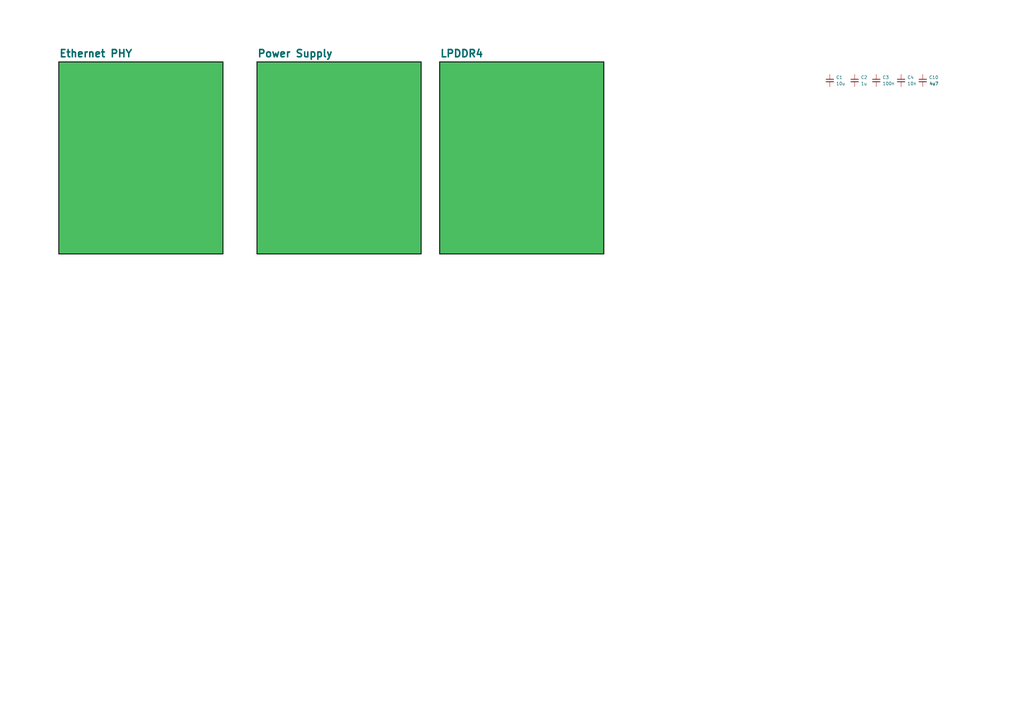
<source format=kicad_sch>
(kicad_sch (version 20231120) (generator "eeschema") (generator_version "8.0")
  (paper "A3")
  (title_block (date "2025-01-01") (rev "v1.0"))
  (lib_symbols
    (symbol "Device:C_Small" (pin_numbers hide) (pin_names (offset 0.254) hide)
      (property "Reference" "C" (at 0.254 1.778 0))
      (property "Value" "C_Small" (at 0.254 -2.032 0))
      (symbol "C_Small_0_1"
        (polyline (pts (xy -1.524 -0.508) (xy 1.524 -0.508)) (stroke (width 0.3302)))
        (polyline (pts (xy -1.524 0.508) (xy 1.524 0.508)) (stroke (width 0.3048)))
      )
      (symbol "C_Small_1_1"
        (pin passive line (at 0 2.54 270) (length 2.032) (name "~") (number "1"))
        (pin passive line (at 0 -2.54 90) (length 2.032) (name "~") (number "2"))
      )
    )
  )
  (symbol (lib_id "Device:C_Small") (at 369.57 33.02 0) (unit 1)
    (property "Reference" "C4" (at 372.11 31.7562 0) (effects (justify left)))
    (property "Value" "10n" (at 372.11 34.2962 0) (effects (justify left)))
    (property "Footprint" "Capacitor_SMD:C_0201_0603Metric" (effects (hide yes)))
    (property "Datasheet" "https://search.murata.co.jp/Ceramy/image/img/A01X/G101/ENG/GRM033R71A103KA01-01.pdf" (effects (hide yes)))
    (property "Description" "10000 pF ±10% 10V Ceramic Capacitor X7R 0201 (0603 Metric)" (effects (hide yes)))
    (property "Digikey stock" "4,059,130 - 29/12/2024" (effects (hide yes)))
    (property "MPN" "GRM033R71A103KA01D" (effects (hide yes)))
  )
  (symbol (lib_id "Device:C_Small") (at 359.41 33.02 0) (unit 1)
    (property "Reference" "C3" (at 361.95 31.7562 0) (effects (justify left)))
    (property "Value" "100n" (at 361.95 34.2962 0) (effects (justify left)))
    (property "Footprint" "Capacitor_SMD:C_0201_0603Metric" (effects (hide yes)))
    (property "Datasheet" "https://mm.digikey.com/Volume0/opasdata/d220001/medias/docus/41/CL03A104KQ3NNNC_SS.pdf" (effects (hide yes)))
    (property "Description" "0.1 µF ±10% 6.3V Ceramic Capacitor X5R 0201 (0603 Metric)" (effects (hide yes)))
    (property "Digikey stock" "12,879,676 - 29/12/2024" (effects (hide yes)))
    (property "MPN" "CL03A104KQ3NNNC" (effects (hide yes)))
  )
  (symbol (lib_id "Device:C_Small") (at 340.36 33.02 0) (unit 1)
    (property "Reference" "C1" (at 342.9 31.7562 0) (effects (justify left)))
    (property "Value" "10u" (at 342.9 34.2962 0) (effects (justify left)))
    (property "Footprint" "Capacitor_SMD:C_0603_1608Metric" (effects (hide yes)))
    (property "Datasheet" "https://mm.digikey.com/Volume0/opasdata/d220001/medias/docus/609/CL10A106MQ8NNNC_Spec.pdf" (effects (hide yes)))
    (property "Description" "10 µF ±20% 6.3V Ceramic Capacitor X5R 0603 (1608 Metric)" (effects (hide yes)))
    (property "Digikey stock" "997,067 - 29/12/2024" (effects (hide yes)))
    (property "MPN" "CL10A106MQ8NNNC" (effects (hide yes)))
  )
  (symbol (lib_id "Device:C_Small") (at 350.52 33.02 0) (unit 1)
    (property "Reference" "C2" (at 353.06 31.7562 0) (effects (justify left)))
    (property "Value" "1u" (at 353.06 34.2962 0) (effects (justify left)))
    (property "Footprint" "Capacitor_SMD:C_0201_0603Metric" (effects (hide yes)))
    (property "Datasheet" "https://search.murata.co.jp/Ceramy/image/img/A01X/G101/ENG/GRM033R60J105MEA2-02.pdf" (effects (hide yes)))
    (property "Description" "1 µF ±20% 6.3V Ceramic Capacitor X5R 0201 (0603 Metric)" (effects (hide yes)))
    (property "Digikey stock" "3,379,714 - 29/12/2024" (effects (hide yes)))
    (property "MPN" "GRM033R60J105MEA2D" (effects (hide yes)))
  )
  (symbol (lib_id "Device:C_Small") (at 378.46 33.02 0) (unit 1)
    (property "Reference" "C10" (at 381 31.7562 0) (effects (justify left)))
    (property "Value" "4u7" (at 381 34.2963 0) (effects (font (thickness 0.254) (bold yes)) (justify left)))
    (property "Footprint" "Capacitor_SMD:C_0402_1005Metric" (effects (hide yes)))
    (property "Datasheet" "https://search.murata.co.jp/Ceramy/image/img/A01X/G101/ENG/GRM155R60J475ME47-01.pdf" (effects (hide yes)))
    (property "Description" "4.7 µF ±20% 6.3V Ceramic Capacitor X5R 0402 (1005 Metric)" (effects (hide yes)))
    (property "Digikey stock" "3,703,971 - 30/12/2024" (effects (hide yes)))
    (property "MPN" "GRM155R60J475ME47D" (effects (hide yes)))
  )
  (sheet (at 180.34 25.4) (size 67.31 78.74) (stroke (width 0.4) (color 0 0 0 1)) (fill (color 74 190 97 1.0000))
    (property "Sheetname" "LPDDR4" (at 180.34 23.6996 0) (effects (font (size 3 3) (thickness 0.6) (bold yes)) (justify left bottom)))
    (property "Sheetfile" "LPDDR4.kicad_sch" (effects (hide yes)))
  )
  (sheet (at 24.13 25.4) (size 67.31 78.74) (stroke (width 0.4) (color 0 0 0 1)) (fill (color 74 190 97 1.0000))
    (property "Sheetname" "Ethernet PHY" (at 24.13 23.6996 0) (effects (font (size 3 3) (thickness 0.6) (bold yes)) (justify left bottom)))
    (property "Sheetfile" "ETH_PHY.kicad_sch" (effects (hide yes)))
  )
  (sheet (at 105.41 25.4) (size 67.31 78.74) (stroke (width 0.4) (color 0 0 0 1)) (fill (color 74 190 97 1.0000))
    (property "Sheetname" "Power Supply" (at 105.41 23.6996 0) (effects (font (size 3 3) (thickness 0.6) (bold yes)) (justify left bottom)))
    (property "Sheetfile" "PWR_SPLY.kicad_sch" (effects (hide yes)))
  )
)
</source>
